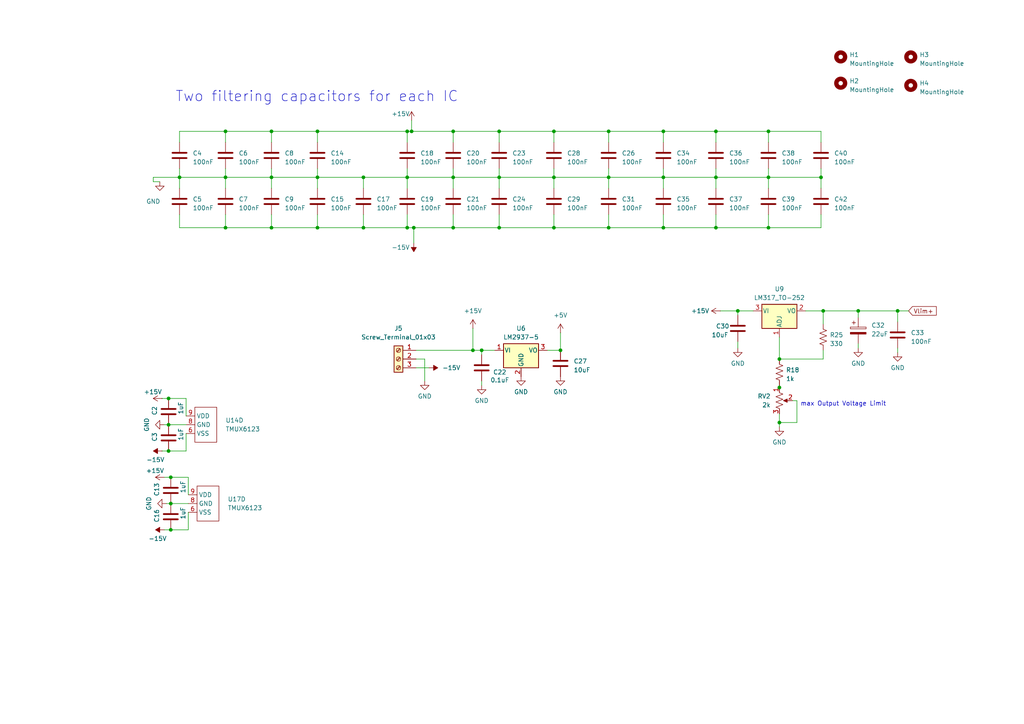
<source format=kicad_sch>
(kicad_sch (version 20250114) (generator "eeschema") (generator_version "9.0")
  (paper "A4")
  (lib_symbols
    (symbol "Connector:Screw_Terminal_01x03" (pin_names (offset 1.016) (hide yes))
      (property "Reference" "J" (at 0 5.08 0))
      (property "Value" "Screw_Terminal_01x03" (at 0 -5.08 0))
      (symbol "Screw_Terminal_01x03_1_1"
        (rectangle (start -1.27 3.81) (end 1.27 -3.81) (stroke (width 0.254)) (fill (type background)))
        (polyline (pts (xy -0.5334 2.8702) (xy 0.3302 2.032)) (stroke (width 0.1524)))
        (polyline (pts (xy -0.5334 0.3302) (xy 0.3302 -0.508)) (stroke (width 0.1524)))
        (polyline (pts (xy -0.5334 -2.2098) (xy 0.3302 -3.048)) (stroke (width 0.1524)))
        (polyline (pts (xy -0.3556 3.048) (xy 0.508 2.2098)) (stroke (width 0.1524)))
        (polyline (pts (xy -0.3556 0.508) (xy 0.508 -0.3302)) (stroke (width 0.1524)))
        (polyline (pts (xy -0.3556 -2.032) (xy 0.508 -2.8702)) (stroke (width 0.1524)))
        (circle (center 0 2.54) (radius 0.635) (stroke (width 0.1524)))
        (circle (center 0 0) (radius 0.635) (stroke (width 0.1524)))
        (circle (center 0 -2.54) (radius 0.635) (stroke (width 0.1524)))
        (pin passive line (at -5.08 2.54 0) (length 3.81) (name "Pin_1") (number "1"))
        (pin passive line (at -5.08 0 0) (length 3.81) (name "Pin_2") (number "2"))
        (pin passive line (at -5.08 -2.54 0) (length 3.81) (name "Pin_3") (number "3"))
      )
    )
    (symbol "Device:C" (pin_numbers (hide yes)) (pin_names (offset 0.254))
      (property "Reference" "C" (at 0.635 2.54 0))
      (property "Value" "C" (at 0.635 -2.54 0))
      (symbol "C_0_1"
        (polyline (pts (xy -2.032 0.762) (xy 2.032 0.762)) (stroke (width 0.508)))
        (polyline (pts (xy -2.032 -0.762) (xy 2.032 -0.762)) (stroke (width 0.508)))
      )
      (symbol "C_1_1"
        (pin passive line (at 0 3.81 270) (length 2.794) (name "~") (number "1"))
        (pin passive line (at 0 -3.81 90) (length 2.794) (name "~") (number "2"))
      )
    )
    (symbol "Device:C_Polarized" (pin_numbers (hide yes)) (pin_names (offset 0.254))
      (property "Reference" "C" (at 0.635 2.54 0))
      (property "Value" "C_Polarized" (at 0.635 -2.54 0))
      (symbol "C_Polarized_0_1"
        (rectangle (start -2.286 0.508) (end 2.286 1.016))
        (polyline (pts (xy -1.778 2.286) (xy -0.762 2.286)))
        (polyline (pts (xy -1.27 2.794) (xy -1.27 1.778)))
        (rectangle (start 2.286 -0.508) (end -2.286 -1.016) (fill (type outline)))
      )
      (symbol "C_Polarized_1_1"
        (pin passive line (at 0 3.81 270) (length 2.794) (name "~") (number "1"))
        (pin passive line (at 0 -3.81 90) (length 2.794) (name "~") (number "2"))
      )
    )
    (symbol "Device:R_Potentiometer_US" (pin_names (offset 1.016) (hide yes))
      (property "Reference" "RV" (at -4.445 0 90))
      (property "Value" "R_Potentiometer_US" (at -2.54 0 90))
      (symbol "R_Potentiometer_US_0_1"
        (polyline (pts (xy 0 2.54) (xy 0 2.286)))
        (polyline (pts (xy 0 2.286) (xy 1.016 1.905) (xy 0 1.524) (xy -1.016 1.143) (xy 0 0.762)))
        (polyline (pts (xy 0 0.762) (xy 1.016 0.381) (xy 0 0) (xy -1.016 -0.381) (xy 0 -0.762)))
        (polyline (pts (xy 0 -0.762) (xy 1.016 -1.143) (xy 0 -1.524) (xy -1.016 -1.905) (xy 0 -2.286)))
        (polyline (pts (xy 0 -2.286) (xy 0 -2.54)))
        (polyline (pts (xy 1.143 0) (xy 2.286 0.508) (xy 2.286 -0.508) (xy 1.143 0)) (fill (type outline)))
        (polyline (pts (xy 2.54 0) (xy 1.524 0)))
      )
      (symbol "R_Potentiometer_US_1_1"
        (pin passive line (at 0 3.81 270) (length 1.27) (name "1") (number "1"))
        (pin passive line (at 0 -3.81 90) (length 1.27) (name "3") (number "3"))
        (pin passive line (at 3.81 0 180) (length 1.27) (name "2") (number "2"))
      )
    )
    (symbol "Device:R_US" (pin_numbers (hide yes)) (pin_names (offset 0))
      (property "Reference" "R" (at 2.54 0 90))
      (property "Value" "R_US" (at -2.54 0 90))
      (symbol "R_US_0_1"
        (polyline (pts (xy 0 2.286) (xy 0 2.54)))
        (polyline (pts (xy 0 2.286) (xy 1.016 1.905) (xy 0 1.524) (xy -1.016 1.143) (xy 0 0.762)))
        (polyline (pts (xy 0 0.762) (xy 1.016 0.381) (xy 0 0) (xy -1.016 -0.381) (xy 0 -0.762)))
        (polyline (pts (xy 0 -0.762) (xy 1.016 -1.143) (xy 0 -1.524) (xy -1.016 -1.905) (xy 0 -2.286)))
        (polyline (pts (xy 0 -2.286) (xy 0 -2.54)))
      )
      (symbol "R_US_1_1"
        (pin passive line (at 0 3.81 270) (length 1.27) (name "~") (number "1"))
        (pin passive line (at 0 -3.81 90) (length 1.27) (name "~") (number "2"))
      )
    )
    (symbol "Mechanical:MountingHole" (pin_names (offset 1.016))
      (property "Reference" "H" (at 0 5.08 0))
      (property "Value" "MountingHole" (at 0 3.175 0))
      (symbol "MountingHole_0_1"
        (circle (center 0 0) (radius 1.27) (stroke (width 1.27)))
      )
    )
    (symbol "Regulator_Linear:LM2937xS" (pin_names (offset 0.254))
      (property "Reference" "U" (at -3.81 3.175 0))
      (property "Value" "LM2937xS" (at 0 3.175 0))
      (symbol "LM2937xS_0_1"
        (rectangle (start -5.08 -5.08) (end 5.08 1.905) (stroke (width 0.254)) (fill (type background)))
      )
      (symbol "LM2937xS_1_1"
        (pin power_in line (at -7.62 0 0) (length 2.54) (name "VI") (number "1"))
        (pin power_in line (at 0 -7.62 90) (length 2.54) (name "GND") (number "2"))
        (pin power_out line (at 7.62 0 180) (length 2.54) (name "VO") (number "3"))
      )
    )
    (symbol "Regulator_Linear:LM317_TO-252" (pin_names (offset 0.254))
      (property "Reference" "U" (at -3.81 3.175 0))
      (property "Value" "LM317_TO-252" (at 0 3.175 0))
      (symbol "LM317_TO-252_0_1"
        (rectangle (start -5.08 1.905) (end 5.08 -5.08) (stroke (width 0.254)) (fill (type background)))
      )
      (symbol "LM317_TO-252_1_1"
        (pin power_in line (at -7.62 0 0) (length 2.54) (name "VI") (number "3"))
        (pin input line (at 0 -7.62 90) (length 2.54) (name "ADJ") (number "1"))
        (pin power_out line (at 7.62 0 180) (length 2.54) (name "VO") (number "2"))
      )
    )
    (symbol "library_intensity_pi:TMUX6123_split"
      (property "Reference" "U14" (at -0.762 3.556 0))
      (property "Value" "TMUX6123" (at 2.032 5.334 0))
      (symbol "TMUX6123_split_1_1"
        (rectangle (start -3.81 2.54) (end 3.81 -2.54))
        (polyline (pts (xy -3.81 0) (xy -1.27 0) (xy 1.27 1.27)))
        (polyline (pts (xy 1.27 0) (xy 3.81 0)))
        (text "D1" (at -2.286 -1.27 0) (effects (font (size 1.27 1.27))))
        (text "S1" (at 2.54 -1.27 0) (effects (font (size 1.27 1.27))))
        (pin bidirectional line (at -6.35 0 0) (length 2.54) (name "") (number "3"))
        (pin bidirectional line (at 6.35 0 180) (length 2.54) (name "") (number "2"))
      )
      (symbol "TMUX6123_split_2_1"
        (rectangle (start -3.81 2.54) (end 3.81 -2.54))
        (polyline (pts (xy -3.81 0) (xy -1.27 0) (xy 1.27 1.27)))
        (polyline (pts (xy 1.27 0) (xy 3.81 0)))
        (text "D2" (at -2.286 -1.524 0) (effects (font (size 1.27 1.27))))
        (text "S2" (at 2.54 -1.524 0) (effects (font (size 1.27 1.27))))
        (pin bidirectional line (at -6.35 0 0) (length 2.54) (name "") (number "4"))
        (pin bidirectional line (at 6.35 0 180) (length 2.54) (name "") (number "5"))
      )
      (symbol "TMUX6123_split_3_1"
        (rectangle (start -2.54 2.54) (end 3.81 -5.08))
        (pin input line (at -5.08 0 0) (length 2.54) (name "SEL1") (number "1"))
        (pin input line (at -5.08 -2.54 0) (length 2.54) (name "SEL2") (number "10"))
      )
      (symbol "TMUX6123_split_4_1"
        (rectangle (start -2.54 2.54) (end 3.81 -7.62))
        (pin power_in line (at -5.08 0 0) (length 2.54) (name "VDD") (number "9"))
        (pin power_in line (at -5.08 -2.54 0) (length 2.54) (name "GND") (number "8"))
        (pin power_in line (at -5.08 -5.08 0) (length 2.54) (name "VSS") (number "6"))
      )
    )
    (symbol "power:+12V" (power) (pin_names (offset 0))
      (property "Value" "+12V" (at 0 3.556 0))
      (symbol "+12V_0_1"
        (polyline (pts (xy -0.762 1.27) (xy 0 2.54)))
        (polyline (pts (xy 0 2.54) (xy 0.762 1.27)))
        (polyline (pts (xy 0 0) (xy 0 2.54)))
      )
      (symbol "+12V_1_1"
        (pin power_in line (at 0 0 90) (length 0) (hide yes) (name "+12V") (number "1"))
      )
    )
    (symbol "power:+5V" (power) (pin_numbers (hide yes)) (pin_names (offset 0) (hide yes))
      (property "Value" "+5V" (at 0 3.556 0))
      (symbol "+5V_0_1"
        (polyline (pts (xy -0.762 1.27) (xy 0 2.54)))
        (polyline (pts (xy 0 2.54) (xy 0.762 1.27)))
        (polyline (pts (xy 0 0) (xy 0 2.54)))
      )
      (symbol "+5V_1_1"
        (pin power_in line (at 0 0 90) (length 0) (name "~") (number "1"))
      )
    )
    (symbol "power:-12V" (power) (pin_names (offset 0))
      (property "Value" "-12V" (at 0 3.81 0))
      (symbol "-12V_0_0"
        (pin power_in line (at 0 0 90) (length 0) (hide yes) (name "-12V") (number "1"))
      )
      (symbol "-12V_0_1"
        (polyline (pts (xy 0 0) (xy 0 1.27) (xy 0.762 1.27) (xy 0 2.54) (xy -0.762 1.27) (xy 0 1.27)) (fill (type outline)))
      )
    )
    (symbol "power:-15V" (power) (pin_numbers (hide yes)) (pin_names (offset 0) (hide yes))
      (property "Value" "-15V" (at 0 3.556 0))
      (symbol "-15V_0_0"
        (pin power_in line (at 0 0 90) (length 0) (name "~") (number "1"))
      )
      (symbol "-15V_0_1"
        (polyline (pts (xy 0 0) (xy 0 1.27) (xy 0.762 1.27) (xy 0 2.54) (xy -0.762 1.27) (xy 0 1.27)) (fill (type outline)))
      )
    )
    (symbol "power:GND" (power) (pin_names (offset 0))
      (property "Value" "GND" (at 0 -3.81 0))
      (symbol "GND_0_1"
        (polyline (pts (xy 0 0) (xy 0 -1.27) (xy 1.27 -1.27) (xy 0 -2.54) (xy -1.27 -1.27) (xy 0 -1.27)))
      )
      (symbol "GND_1_1"
        (pin power_in line (at 0 0 270) (length 0) (hide yes) (name "GND") (number "1"))
      )
    )
    (symbol "power:VPP" (power) (pin_numbers (hide yes)) (pin_names (offset 0) (hide yes))
      (property "Value" "VPP" (at 0 3.556 0))
      (symbol "VPP_0_1"
        (polyline (pts (xy -0.762 1.27) (xy 0 2.54)))
        (polyline (pts (xy 0 2.54) (xy 0.762 1.27)))
        (polyline (pts (xy 0 0) (xy 0 2.54)))
      )
      (symbol "VPP_1_1"
        (pin power_in line (at 0 0 90) (length 0) (name "~") (number "1"))
      )
    )
  )
  (text "Two filtering capacitors for each IC " (at 50.8 29.845 0) (effects (font (size 3 3)) (justify left bottom)))
  (text "max Output Voltage Limit" (at 244.602 117.221 0) (effects (font (size 1.27 1.27))))
  (junction (at 92.075 51.435))
  (junction (at 48.895 115.57))
  (junction (at 207.645 38.1))
  (junction (at 176.53 66.04))
  (junction (at 192.405 38.1))
  (junction (at 92.075 66.04))
  (junction (at 144.78 38.1))
  (junction (at 207.645 51.435))
  (junction (at 192.405 66.04))
  (junction (at 226.06 104.14))
  (junction (at 118.11 38.1))
  (junction (at 105.41 51.435))
  (junction (at 260.35 90.17))
  (junction (at 118.11 66.04))
  (junction (at 92.075 38.1))
  (junction (at 144.78 51.435))
  (junction (at 162.56 101.6))
  (junction (at 226.06 122.555))
  (junction (at 131.445 51.435))
  (junction (at 160.655 66.04))
  (junction (at 105.41 66.04))
  (junction (at 160.655 51.435))
  (junction (at 131.445 38.1))
  (junction (at 65.405 38.1))
  (junction (at 119.38 38.1))
  (junction (at 222.885 51.435))
  (junction (at 131.445 66.04))
  (junction (at 207.645 66.04))
  (junction (at 176.53 51.435))
  (junction (at 248.92 90.17))
  (junction (at 160.655 38.1))
  (junction (at 48.895 130.81))
  (junction (at 213.995 90.17))
  (junction (at 238.125 51.435))
  (junction (at 118.11 51.435))
  (junction (at 52.07 51.435))
  (junction (at 78.74 66.04))
  (junction (at 137.16 101.6))
  (junction (at 65.405 66.04))
  (junction (at 78.74 38.1))
  (junction (at 120.015 66.04))
  (junction (at 222.885 38.1))
  (junction (at 144.78 66.04))
  (junction (at 65.405 51.435))
  (junction (at 238.76 90.17))
  (junction (at 49.53 153.67))
  (junction (at 222.885 66.04))
  (junction (at 139.7 101.6))
  (junction (at 49.53 146.05))
  (junction (at 78.74 51.435))
  (junction (at 49.53 138.43))
  (junction (at 226.06 112.395))
  (junction (at 48.895 123.19))
  (junction (at 176.53 38.1))
  (junction (at 192.405 51.435))
  (wire (pts (xy 46.99 115.57) (xy 48.895 115.57)))
  (wire (pts (xy 226.06 120.015) (xy 226.06 122.555)))
  (wire (pts (xy 226.06 111.76) (xy 226.06 112.395)))
  (wire (pts (xy 92.075 62.23) (xy 92.075 66.04)))
  (wire (pts (xy 192.405 48.895) (xy 192.405 51.435)))
  (wire (pts (xy 120.015 66.04) (xy 131.445 66.04)))
  (wire (pts (xy 176.53 62.23) (xy 176.53 66.04)))
  (wire (pts (xy 160.655 38.1) (xy 160.655 41.275)))
  (wire (pts (xy 65.405 38.1) (xy 78.74 38.1)))
  (wire (pts (xy 176.53 51.435) (xy 192.405 51.435)))
  (wire (pts (xy 222.885 38.1) (xy 222.885 41.275)))
  (wire (pts (xy 229.87 116.205) (xy 231.14 116.205)))
  (wire (pts (xy 54.61 143.51) (xy 54.61 138.43)))
  (wire (pts (xy 213.995 90.17) (xy 218.44 90.17)))
  (wire (pts (xy 144.78 51.435) (xy 144.78 54.61)))
  (wire (pts (xy 46.99 130.81) (xy 48.895 130.81)))
  (wire (pts (xy 238.76 101.6) (xy 238.76 104.14)))
  (wire (pts (xy 144.78 66.04) (xy 160.655 66.04)))
  (wire (pts (xy 47.625 123.19) (xy 48.895 123.19)))
  (wire (pts (xy 118.11 51.435) (xy 118.11 54.61)))
  (wire (pts (xy 119.38 34.925) (xy 119.38 38.1)))
  (wire (pts (xy 207.645 51.435) (xy 207.645 54.61)))
  (wire (pts (xy 52.07 51.435) (xy 65.405 51.435)))
  (wire (pts (xy 260.35 90.17) (xy 260.35 93.345)))
  (wire (pts (xy 144.78 51.435) (xy 160.655 51.435)))
  (wire (pts (xy 137.16 101.6) (xy 139.7 101.6)))
  (wire (pts (xy 144.78 38.1) (xy 144.78 41.275)))
  (wire (pts (xy 231.14 116.205) (xy 231.14 122.555)))
  (wire (pts (xy 139.7 101.6) (xy 143.51 101.6)))
  (wire (pts (xy 144.78 62.23) (xy 144.78 66.04)))
  (wire (pts (xy 176.53 51.435) (xy 176.53 54.61)))
  (wire (pts (xy 248.92 99.695) (xy 248.92 100.965)))
  (wire (pts (xy 226.06 112.395) (xy 226.06 113.03)))
  (wire (pts (xy 105.41 51.435) (xy 118.11 51.435)))
  (wire (pts (xy 92.075 51.435) (xy 78.74 51.435)))
  (wire (pts (xy 48.895 123.19) (xy 53.975 123.19)))
  (wire (pts (xy 105.41 66.04) (xy 118.11 66.04)))
  (wire (pts (xy 65.405 62.23) (xy 65.405 66.04)))
  (wire (pts (xy 238.76 104.14) (xy 226.06 104.14)))
  (wire (pts (xy 118.11 51.435) (xy 131.445 51.435)))
  (wire (pts (xy 52.07 48.895) (xy 52.07 51.435)))
  (wire (pts (xy 131.445 51.435) (xy 131.445 54.61)))
  (wire (pts (xy 123.19 104.14) (xy 123.19 110.49)))
  (wire (pts (xy 207.645 66.04) (xy 222.885 66.04)))
  (wire (pts (xy 105.41 62.23) (xy 105.41 66.04)))
  (wire (pts (xy 48.26 146.05) (xy 49.53 146.05)))
  (wire (pts (xy 260.35 100.965) (xy 260.35 102.235)))
  (wire (pts (xy 238.125 62.23) (xy 238.125 66.04)))
  (wire (pts (xy 92.075 38.1) (xy 118.11 38.1)))
  (wire (pts (xy 65.405 38.1) (xy 65.405 41.275)))
  (wire (pts (xy 53.975 125.73) (xy 53.975 130.81)))
  (wire (pts (xy 160.655 38.1) (xy 176.53 38.1)))
  (wire (pts (xy 222.885 48.895) (xy 222.885 51.435)))
  (wire (pts (xy 118.11 38.1) (xy 118.11 41.275)))
  (wire (pts (xy 226.06 97.79) (xy 226.06 104.14)))
  (wire (pts (xy 158.75 101.6) (xy 162.56 101.6)))
  (wire (pts (xy 192.405 38.1) (xy 192.405 41.275)))
  (wire (pts (xy 144.78 48.895) (xy 144.78 51.435)))
  (wire (pts (xy 65.405 66.04) (xy 78.74 66.04)))
  (wire (pts (xy 120.015 66.04) (xy 120.015 70.485)))
  (wire (pts (xy 207.645 51.435) (xy 222.885 51.435)))
  (wire (pts (xy 160.655 51.435) (xy 176.53 51.435)))
  (wire (pts (xy 78.74 62.23) (xy 78.74 66.04)))
  (wire (pts (xy 144.78 38.1) (xy 131.445 38.1)))
  (wire (pts (xy 192.405 66.04) (xy 207.645 66.04)))
  (wire (pts (xy 52.07 38.1) (xy 65.405 38.1)))
  (wire (pts (xy 120.65 104.14) (xy 123.19 104.14)))
  (wire (pts (xy 207.645 48.895) (xy 207.645 51.435)))
  (wire (pts (xy 192.405 51.435) (xy 207.645 51.435)))
  (wire (pts (xy 92.075 51.435) (xy 92.075 54.61)))
  (wire (pts (xy 222.885 51.435) (xy 222.885 54.61)))
  (wire (pts (xy 139.7 111.76) (xy 139.7 110.49)))
  (wire (pts (xy 78.74 38.1) (xy 78.74 41.275)))
  (wire (pts (xy 52.07 51.435) (xy 44.45 51.435)))
  (wire (pts (xy 118.11 38.1) (xy 119.38 38.1)))
  (wire (pts (xy 238.76 90.17) (xy 248.92 90.17)))
  (wire (pts (xy 65.405 51.435) (xy 65.405 54.61)))
  (wire (pts (xy 78.74 51.435) (xy 78.74 54.61)))
  (wire (pts (xy 176.53 38.1) (xy 176.53 41.275)))
  (wire (pts (xy 131.445 38.1) (xy 131.445 41.275)))
  (wire (pts (xy 92.075 66.04) (xy 105.41 66.04)))
  (wire (pts (xy 176.53 48.895) (xy 176.53 51.435)))
  (wire (pts (xy 52.07 62.23) (xy 52.07 66.04)))
  (wire (pts (xy 238.125 48.895) (xy 238.125 51.435)))
  (wire (pts (xy 52.07 66.04) (xy 65.405 66.04)))
  (wire (pts (xy 222.885 38.1) (xy 238.125 38.1)))
  (wire (pts (xy 44.45 52.705) (xy 46.355 52.705)))
  (wire (pts (xy 131.445 38.1) (xy 119.38 38.1)))
  (wire (pts (xy 139.7 102.87) (xy 139.7 101.6)))
  (wire (pts (xy 65.405 51.435) (xy 78.74 51.435)))
  (wire (pts (xy 207.645 62.23) (xy 207.645 66.04)))
  (wire (pts (xy 48.895 115.57) (xy 53.975 115.57)))
  (wire (pts (xy 105.41 51.435) (xy 105.41 54.61)))
  (wire (pts (xy 49.53 138.43) (xy 54.61 138.43)))
  (wire (pts (xy 92.075 51.435) (xy 105.41 51.435)))
  (wire (pts (xy 92.075 38.1) (xy 92.075 41.275)))
  (wire (pts (xy 144.78 38.1) (xy 160.655 38.1)))
  (wire (pts (xy 176.53 66.04) (xy 192.405 66.04)))
  (wire (pts (xy 131.445 66.04) (xy 144.78 66.04)))
  (wire (pts (xy 47.625 153.67) (xy 49.53 153.67)))
  (wire (pts (xy 52.07 41.275) (xy 52.07 38.1)))
  (wire (pts (xy 92.075 48.895) (xy 92.075 51.435)))
  (wire (pts (xy 248.92 90.17) (xy 248.92 92.075)))
  (wire (pts (xy 222.885 66.04) (xy 238.125 66.04)))
  (wire (pts (xy 53.975 130.81) (xy 48.895 130.81)))
  (wire (pts (xy 238.125 51.435) (xy 238.125 54.61)))
  (wire (pts (xy 213.995 90.17) (xy 213.995 91.44)))
  (wire (pts (xy 118.11 48.895) (xy 118.11 51.435)))
  (wire (pts (xy 120.65 106.68) (xy 124.46 106.68)))
  (wire (pts (xy 54.61 153.67) (xy 49.53 153.67)))
  (wire (pts (xy 207.645 38.1) (xy 222.885 38.1)))
  (wire (pts (xy 78.74 66.04) (xy 92.075 66.04)))
  (wire (pts (xy 131.445 62.23) (xy 131.445 66.04)))
  (wire (pts (xy 118.11 62.23) (xy 118.11 66.04)))
  (wire (pts (xy 160.655 48.895) (xy 160.655 51.435)))
  (wire (pts (xy 192.405 51.435) (xy 192.405 54.61)))
  (wire (pts (xy 213.995 99.06) (xy 213.995 100.965)))
  (wire (pts (xy 120.65 101.6) (xy 137.16 101.6)))
  (wire (pts (xy 160.655 51.435) (xy 160.655 54.61)))
  (wire (pts (xy 49.53 146.05) (xy 54.61 146.05)))
  (wire (pts (xy 192.405 38.1) (xy 207.645 38.1)))
  (wire (pts (xy 118.11 66.04) (xy 120.015 66.04)))
  (wire (pts (xy 52.07 51.435) (xy 52.07 54.61)))
  (wire (pts (xy 233.68 90.17) (xy 238.76 90.17)))
  (wire (pts (xy 260.35 90.17) (xy 263.525 90.17)))
  (wire (pts (xy 238.125 38.1) (xy 238.125 41.275)))
  (wire (pts (xy 44.45 51.435) (xy 44.45 52.705)))
  (wire (pts (xy 160.655 62.23) (xy 160.655 66.04)))
  (wire (pts (xy 65.405 48.895) (xy 65.405 51.435)))
  (wire (pts (xy 78.74 48.895) (xy 78.74 51.435)))
  (wire (pts (xy 207.645 38.1) (xy 207.645 41.275)))
  (wire (pts (xy 53.975 120.65) (xy 53.975 115.57)))
  (wire (pts (xy 208.915 90.17) (xy 213.995 90.17)))
  (wire (pts (xy 248.92 90.17) (xy 260.35 90.17)))
  (wire (pts (xy 78.74 38.1) (xy 92.075 38.1)))
  (wire (pts (xy 176.53 38.1) (xy 192.405 38.1)))
  (wire (pts (xy 54.61 148.59) (xy 54.61 153.67)))
  (wire (pts (xy 162.56 96.52) (xy 162.56 101.6)))
  (wire (pts (xy 238.76 90.17) (xy 238.76 93.98)))
  (wire (pts (xy 226.06 122.555) (xy 226.06 123.825)))
  (wire (pts (xy 231.14 122.555) (xy 226.06 122.555)))
  (wire (pts (xy 160.655 66.04) (xy 176.53 66.04)))
  (wire (pts (xy 137.16 95.25) (xy 137.16 101.6)))
  (wire (pts (xy 131.445 51.435) (xy 144.78 51.435)))
  (wire (pts (xy 131.445 48.895) (xy 131.445 51.435)))
  (wire (pts (xy 222.885 62.23) (xy 222.885 66.04)))
  (wire (pts (xy 47.625 138.43) (xy 49.53 138.43)))
  (wire (pts (xy 192.405 62.23) (xy 192.405 66.04)))
  (wire (pts (xy 222.885 51.435) (xy 238.125 51.435)))
  (global_label "Vlim+" (shape input) (at 263.525 90.17 0) (property "Intersheetrefs" "${INTERSHEET_REFS}" (effects (hide yes))))
  (symbol (lib_id "Device:C") (at 192.405 58.42 0) (unit 1)
    (property "Reference" "C35" (at 196.215 57.785 0) (effects (justify left)))
    (property "Value" "100nF" (at 196.215 60.325 0) (effects (justify left)))
    (property "Footprint" "Capacitor_SMD:C_0805_2012Metric" (effects (hide yes)))
  )
  (symbol (lib_id "Device:C") (at 207.645 45.085 0) (unit 1)
    (property "Reference" "C36" (at 211.455 44.45 0) (effects (justify left)))
    (property "Value" "100nF" (at 211.455 46.99 0) (effects (justify left)))
    (property "Footprint" "Capacitor_SMD:C_0805_2012Metric" (effects (hide yes)))
  )
  (symbol (lib_id "Device:C") (at 78.74 58.42 0) (unit 1)
    (property "Reference" "C9" (at 82.55 57.785 0) (effects (justify left)))
    (property "Value" "100nF" (at 82.55 60.325 0) (effects (justify left)))
    (property "Footprint" "Capacitor_SMD:C_0805_2012Metric" (effects (hide yes)))
  )
  (symbol (lib_id "Mechanical:MountingHole") (at 264.16 16.51 0) (unit 1)
    (property "Reference" "H3" (at 266.7 15.875 0) (effects (justify left)))
    (property "Value" "MountingHole" (at 266.7 18.415 0) (effects (justify left)))
    (property "Footprint" "MountingHole:MountingHole_3.2mm_M3_ISO14580" (effects (hide yes)))
  )
  (symbol (lib_id "Device:C") (at 105.41 58.42 0) (unit 1)
    (property "Reference" "C17" (at 109.22 57.785 0) (effects (justify left)))
    (property "Value" "100nF" (at 109.22 60.325 0) (effects (justify left)))
    (property "Footprint" "Capacitor_SMD:C_0805_2012Metric" (effects (hide yes)))
  )
  (symbol (lib_id "Device:C") (at 78.74 45.085 0) (unit 1)
    (property "Reference" "C8" (at 82.55 44.45 0) (effects (justify left)))
    (property "Value" "100nF" (at 82.55 46.99 0) (effects (justify left)))
    (property "Footprint" "Capacitor_SMD:C_0805_2012Metric" (effects (hide yes)))
  )
  (symbol (lib_id "Device:C") (at 118.11 58.42 0) (unit 1)
    (property "Reference" "C19" (at 121.92 57.785 0) (effects (justify left)))
    (property "Value" "100nF" (at 121.92 60.325 0) (effects (justify left)))
    (property "Footprint" "Capacitor_SMD:C_0805_2012Metric" (effects (hide yes)))
  )
  (symbol (lib_id "power:VPP") (at 46.99 115.57 90) (unit 1)
    (property "Reference" "#PWR016" (effects (hide yes)))
    (property "Value" "+15V" (at 46.99 113.665 90) (effects (justify left)))
    (property "Description" "Power symbol creates a global label with name \"VPP\"" (effects (hide yes)))
  )
  (symbol (lib_id "Device:C") (at 48.895 127 0) (mirror y) (unit 1)
    (property "Reference" "C3" (at 44.831 126.746 90))
    (property "Value" "1uF" (at 52.451 125.984 90))
    (property "Footprint" "Capacitor_SMD:C_0805_2012Metric" (effects (hide yes)))
  )
  (symbol (lib_id "Device:C") (at 160.655 45.085 0) (unit 1)
    (property "Reference" "C28" (at 164.465 44.45 0) (effects (justify left)))
    (property "Value" "100nF" (at 164.465 46.99 0) (effects (justify left)))
    (property "Footprint" "Capacitor_SMD:C_0805_2012Metric" (effects (hide yes)))
  )
  (symbol (lib_id "power:GND") (at 260.35 102.235 0) (unit 1)
    (property "Reference" "#PWR057" (effects (hide yes)))
    (property "Value" "GND" (at 260.35 106.68 0))
  )
  (symbol (lib_id "Device:C") (at 52.07 58.42 0) (unit 1)
    (property "Reference" "C5" (at 55.88 57.785 0) (effects (justify left)))
    (property "Value" "100nF" (at 55.88 60.325 0) (effects (justify left)))
    (property "Footprint" "Capacitor_SMD:C_0805_2012Metric" (effects (hide yes)))
  )
  (symbol (lib_id "library_intensity_pi:TMUX6123_split") (at 59.055 120.65 0) (unit 4)
    (property "Reference" "U14" (at 65.405 121.9199 0) (effects (justify left)))
    (property "Value" "TMUX6123" (at 65.405 124.4599 0) (effects (justify left)))
    (property "Footprint" "Package_SO:VSSOP-10_3x3mm_P0.5mm" (effects (hide yes)))
    (property "DIGIKEY" "296-53449-1-ND" (effects (hide yes)))
    (property "PARTNO" "TMUX6123DGSR" (effects (hide yes)))
  )
  (symbol (lib_id "Device:C") (at 238.125 45.085 0) (unit 1)
    (property "Reference" "C40" (at 241.935 44.45 0) (effects (justify left)))
    (property "Value" "100nF" (at 241.935 46.99 0) (effects (justify left)))
    (property "Footprint" "Capacitor_SMD:C_0805_2012Metric" (effects (hide yes)))
  )
  (symbol (lib_id "Device:C") (at 160.655 58.42 0) (unit 1)
    (property "Reference" "C29" (at 164.465 57.785 0) (effects (justify left)))
    (property "Value" "100nF" (at 164.465 60.325 0) (effects (justify left)))
    (property "Footprint" "Capacitor_SMD:C_0805_2012Metric" (effects (hide yes)))
  )
  (symbol (lib_id "Mechanical:MountingHole") (at 243.84 16.51 0) (unit 1)
    (property "Reference" "H1" (at 246.38 15.875 0) (effects (justify left)))
    (property "Value" "MountingHole" (at 246.38 18.415 0) (effects (justify left)))
    (property "Footprint" "MountingHole:MountingHole_3.2mm_M3_ISO14580" (effects (hide yes)))
  )
  (symbol (lib_id "Regulator_Linear:LM2937xS") (at 151.13 101.6 0) (unit 1)
    (property "Reference" "U6" (at 151.13 95.25 0))
    (property "Value" "LM2937-5" (at 151.13 97.79 0))
    (property "Footprint" "Package_TO_SOT_SMD:TO-263-3_TabPin2" (effects (hide yes)))
    (property "Datasheet" "http://www.ti.com/lit/ds/symlink/lm2937.pdf" (effects (hide yes)))
    (property "Description" "500-mA Low Dropout Regulator, TO-263" (effects (hide yes)))
  )
  (symbol (lib_id "power:GND") (at 48.26 146.05 270) (unit 1)
    (property "Reference" "#PWR028" (effects (hide yes)))
    (property "Value" "GND" (at 43.18 146.05 0))
  )
  (symbol (lib_id "Mechanical:MountingHole") (at 243.84 24.13 0) (unit 1)
    (property "Reference" "H2" (at 246.38 23.495 0) (effects (justify left)))
    (property "Value" "MountingHole" (at 246.38 26.035 0) (effects (justify left)))
    (property "Footprint" "MountingHole:MountingHole_3.2mm_M3_ISO14580" (effects (hide yes)))
  )
  (symbol (lib_id "Device:C") (at 139.7 106.68 0) (unit 1)
    (property "Reference" "C22" (at 143.002 107.95 0) (effects (justify left)))
    (property "Value" "0.1uF" (at 142.24 110.236 0) (effects (justify left)))
    (property "Footprint" "Capacitor_SMD:C_0805_2012Metric" (effects (hide yes)))
  )
  (symbol (lib_id "Device:C") (at 222.885 45.085 0) (unit 1)
    (property "Reference" "C38" (at 226.695 44.45 0) (effects (justify left)))
    (property "Value" "100nF" (at 226.695 46.99 0) (effects (justify left)))
    (property "Footprint" "Capacitor_SMD:C_0805_2012Metric" (effects (hide yes)))
  )
  (symbol (lib_id "Device:C") (at 52.07 45.085 0) (unit 1)
    (property "Reference" "C4" (at 55.88 44.45 0) (effects (justify left)))
    (property "Value" "100nF" (at 55.88 46.99 0) (effects (justify left)))
    (property "Footprint" "Capacitor_SMD:C_0805_2012Metric" (effects (hide yes)))
  )
  (symbol (lib_id "Device:C") (at 48.895 119.38 0) (mirror y) (unit 1)
    (property "Reference" "C2" (at 44.831 119.126 90))
    (property "Value" "1uF" (at 52.451 118.364 90))
    (property "Footprint" "Capacitor_SMD:C_0805_2012Metric" (effects (hide yes)))
  )
  (symbol (lib_id "Device:C") (at 92.075 58.42 0) (unit 1)
    (property "Reference" "C15" (at 95.885 57.785 0) (effects (justify left)))
    (property "Value" "100nF" (at 95.885 60.325 0) (effects (justify left)))
    (property "Footprint" "Capacitor_SMD:C_0805_2012Metric" (effects (hide yes)))
  )
  (symbol (lib_id "Device:C") (at 65.405 45.085 0) (unit 1)
    (property "Reference" "C6" (at 69.215 44.45 0) (effects (justify left)))
    (property "Value" "100nF" (at 69.215 46.99 0) (effects (justify left)))
    (property "Footprint" "Capacitor_SMD:C_0805_2012Metric" (effects (hide yes)))
  )
  (symbol (lib_id "power:+5V") (at 162.56 96.52 0) (unit 1)
    (property "Reference" "#PWR044" (effects (hide yes)))
    (property "Value" "+5V" (at 162.56 91.44 0))
    (property "Description" "Power symbol creates a global label with name \"+5V\"" (effects (hide yes)))
  )
  (symbol (lib_id "power:VPP") (at 137.16 95.25 0) (unit 1)
    (property "Reference" "#PWR040" (effects (hide yes)))
    (property "Value" "+15V" (at 137.16 90.17 0))
    (property "Description" "Power symbol creates a global label with name \"VPP\"" (effects (hide yes)))
  )
  (symbol (lib_id "power:GND") (at 226.06 123.825 0) (unit 1)
    (property "Reference" "#PWR053" (effects (hide yes)))
    (property "Value" "GND" (at 226.06 128.27 0))
  )
  (symbol (lib_id "power:-12V") (at 120.015 70.485 180) (unit 1)
    (property "Reference" "#PWR041" (effects (hide yes)))
    (property "Value" "-15V" (at 116.205 71.755 0))
  )
  (symbol (lib_id "power:GND") (at 151.13 109.22 0) (unit 1)
    (property "Reference" "#PWR043" (effects (hide yes)))
    (property "Value" "GND" (at 151.13 113.665 0))
  )
  (symbol (lib_id "power:GND") (at 248.92 100.965 0) (unit 1)
    (property "Reference" "#PWR056" (effects (hide yes)))
    (property "Value" "GND" (at 248.92 105.41 0))
  )
  (symbol (lib_id "Mechanical:MountingHole") (at 264.16 24.765 0) (unit 1)
    (property "Reference" "H4" (at 266.7 24.13 0) (effects (justify left)))
    (property "Value" "MountingHole" (at 266.7 26.67 0) (effects (justify left)))
    (property "Footprint" "MountingHole:MountingHole_3.2mm_M3_ISO14580" (effects (hide yes)))
  )
  (symbol (lib_id "Device:R_US") (at 226.06 107.95 180) (unit 1)
    (property "Reference" "R18" (at 227.965 107.315 0) (effects (justify right)))
    (property "Value" "1k" (at 227.965 109.855 0) (effects (justify right)))
    (property "Footprint" "Resistor_SMD:R_0805_2012Metric" (effects (hide yes)))
  )
  (symbol (lib_id "Device:C") (at 222.885 58.42 0) (unit 1)
    (property "Reference" "C39" (at 226.695 57.785 0) (effects (justify left)))
    (property "Value" "100nF" (at 226.695 60.325 0) (effects (justify left)))
    (property "Footprint" "Capacitor_SMD:C_0805_2012Metric" (effects (hide yes)))
  )
  (symbol (lib_id "Device:R_Potentiometer_US") (at 226.06 116.205 0) (unit 1)
    (property "Reference" "RV2" (at 223.52 114.9349 0) (effects (justify right)))
    (property "Value" "2k" (at 223.52 117.4749 0) (effects (justify right)))
    (property "Footprint" "Connector_PinHeader_2.54mm:PinHeader_1x03_P2.54mm_Vertical" (effects (hide yes)))
    (property "Description" "Potentiometer, US symbol" (effects (hide yes)))
  )
  (symbol (lib_id "Device:C") (at 65.405 58.42 0) (unit 1)
    (property "Reference" "C7" (at 69.215 57.785 0) (effects (justify left)))
    (property "Value" "100nF" (at 69.215 60.325 0) (effects (justify left)))
    (property "Footprint" "Capacitor_SMD:C_0805_2012Metric" (effects (hide yes)))
  )
  (symbol (lib_id "Device:C") (at 192.405 45.085 0) (unit 1)
    (property "Reference" "C34" (at 196.215 44.45 0) (effects (justify left)))
    (property "Value" "100nF" (at 196.215 46.99 0) (effects (justify left)))
    (property "Footprint" "Capacitor_SMD:C_0805_2012Metric" (effects (hide yes)))
  )
  (symbol (lib_id "Device:C") (at 118.11 45.085 0) (unit 1)
    (property "Reference" "C18" (at 121.92 44.45 0) (effects (justify left)))
    (property "Value" "100nF" (at 121.92 46.99 0) (effects (justify left)))
    (property "Footprint" "Capacitor_SMD:C_0805_2012Metric" (effects (hide yes)))
  )
  (symbol (lib_id "power:GND") (at 46.355 52.705 0) (unit 1)
    (property "Reference" "#PWR027" (effects (hide yes)))
    (property "Value" "GND" (at 44.45 58.42 0))
  )
  (symbol (lib_id "Device:C") (at 176.53 45.085 0) (unit 1)
    (property "Reference" "C26" (at 180.34 44.45 0) (effects (justify left)))
    (property "Value" "100nF" (at 180.34 46.99 0) (effects (justify left)))
    (property "Footprint" "Capacitor_SMD:C_0805_2012Metric" (effects (hide yes)))
  )
  (symbol (lib_id "Device:C") (at 131.445 45.085 0) (unit 1)
    (property "Reference" "C20" (at 135.255 44.45 0) (effects (justify left)))
    (property "Value" "100nF" (at 135.255 46.99 0) (effects (justify left)))
    (property "Footprint" "Capacitor_SMD:C_0805_2012Metric" (effects (hide yes)))
  )
  (symbol (lib_id "power:-15V") (at 124.46 106.68 270) (unit 1)
    (property "Reference" "#PWR0101" (effects (hide yes)))
    (property "Value" "-15V" (at 128.27 106.6799 90) (effects (justify left)))
    (property "Description" "Power symbol creates a global label with name \"-15V\"" (effects (hide yes)))
  )
  (symbol (lib_id "power:-15V") (at 47.625 153.67 90) (unit 1)
    (property "Reference" "#PWR023" (effects (hide yes)))
    (property "Value" "-15V" (at 45.72 156.21 90))
    (property "Description" "Power symbol creates a global label with name \"-15V\"" (effects (hide yes)))
  )
  (symbol (lib_id "Device:R_US") (at 238.76 97.79 180) (unit 1)
    (property "Reference" "R25" (at 240.665 97.155 0) (effects (justify right)))
    (property "Value" "330" (at 240.665 99.695 0) (effects (justify right)))
    (property "Footprint" "Resistor_SMD:R_0805_2012Metric" (effects (hide yes)))
  )
  (symbol (lib_id "Device:C") (at 176.53 58.42 0) (unit 1)
    (property "Reference" "C31" (at 180.34 57.785 0) (effects (justify left)))
    (property "Value" "100nF" (at 180.34 60.325 0) (effects (justify left)))
    (property "Footprint" "Capacitor_SMD:C_0805_2012Metric" (effects (hide yes)))
  )
  (symbol (lib_id "power:GND") (at 213.995 100.965 0) (unit 1)
    (property "Reference" "#PWR051" (effects (hide yes)))
    (property "Value" "GND" (at 213.995 105.41 0))
  )
  (symbol (lib_id "Device:C") (at 213.995 95.25 0) (unit 1)
    (property "Reference" "C30" (at 207.645 94.615 0) (effects (justify left)))
    (property "Value" "10uF" (at 206.375 97.155 0) (effects (justify left)))
    (property "Footprint" "Capacitor_SMD:C_1210_3225Metric" (effects (hide yes)))
  )
  (symbol (lib_id "Device:C_Polarized") (at 248.92 95.885 0) (unit 1)
    (property "Reference" "C32" (at 252.73 94.361 0) (effects (justify left)))
    (property "Value" "22uF" (at 252.73 96.901 0) (effects (justify left)))
    (property "Footprint" "Capacitor_SMD:CP_Elec_4x5.8" (effects (hide yes)))
    (property "Datasheet" "https://www.nichicon.co.jp/english/series_items/catalog_pdf/e-ucm.pdf" (effects (hide yes)))
    (property "DIGIKEY" "493-14929-1-ND" (effects (hide yes)))
    (property "PARTNO" "UCM1V220MCL1GS" (effects (hide yes)))
  )
  (symbol (lib_id "power:+12V") (at 119.38 34.925 0) (unit 1)
    (property "Reference" "#PWR037" (effects (hide yes)))
    (property "Value" "+15V" (at 116.205 33.02 0))
  )
  (symbol (lib_id "library_intensity_pi:TMUX6123_split") (at 59.69 143.51 0) (unit 4)
    (property "Reference" "U17" (at 66.04 144.7799 0) (effects (justify left)))
    (property "Value" "TMUX6123" (at 66.04 147.3199 0) (effects (justify left)))
    (property "Footprint" "Package_SO:VSSOP-10_3x3mm_P0.5mm" (effects (hide yes)))
    (property "DIGIKEY" "296-53449-1-ND" (effects (hide yes)))
    (property "PARTNO" "TMUX6123DGSR" (effects (hide yes)))
  )
  (symbol (lib_id "power:GND") (at 139.7 111.76 0) (unit 1)
    (property "Reference" "#PWR042" (effects (hide yes)))
    (property "Value" "GND" (at 139.7 116.205 0))
  )
  (symbol (lib_id "power:GND") (at 162.56 109.22 0) (unit 1)
    (property "Reference" "#PWR045" (effects (hide yes)))
    (property "Value" "GND" (at 162.56 113.665 0))
  )
  (symbol (lib_id "Device:C") (at 144.78 58.42 0) (unit 1)
    (property "Reference" "C24" (at 148.59 57.785 0) (effects (justify left)))
    (property "Value" "100nF" (at 148.59 60.325 0) (effects (justify left)))
    (property "Footprint" "Capacitor_SMD:C_0805_2012Metric" (effects (hide yes)))
  )
  (symbol (lib_id "Regulator_Linear:LM317_TO-252") (at 226.06 90.17 0) (unit 1)
    (property "Reference" "U9" (at 226.06 83.82 0))
    (property "Value" "LM317_TO-252" (at 226.06 86.36 0))
    (property "Footprint" "Package_TO_SOT_SMD:TO-252-2" (effects (hide yes)))
    (property "Datasheet" "http://www.ti.com/lit/ds/snvs774n/snvs774n.pdf" (effects (hide yes)))
    (property "DIGIKEY" "497-1574-1-ND" (effects (hide yes)))
    (property "PARTNO" "LM317MDT-TR" (effects (hide yes)))
  )
  (symbol (lib_id "Device:C") (at 49.53 142.24 0) (mirror y) (unit 1)
    (property "Reference" "C13" (at 45.466 141.986 90))
    (property "Value" "1uF" (at 53.086 141.224 90))
    (property "Footprint" "Capacitor_SMD:C_0805_2012Metric" (effects (hide yes)))
  )
  (symbol (lib_id "Device:C") (at 49.53 149.86 0) (mirror y) (unit 1)
    (property "Reference" "C16" (at 45.466 149.606 90))
    (property "Value" "1uF" (at 53.086 148.844 90))
    (property "Footprint" "Capacitor_SMD:C_0805_2012Metric" (effects (hide yes)))
  )
  (symbol (lib_id "Device:C") (at 92.075 45.085 0) (unit 1)
    (property "Reference" "C14" (at 95.885 44.45 0) (effects (justify left)))
    (property "Value" "100nF" (at 95.885 46.99 0) (effects (justify left)))
    (property "Footprint" "Capacitor_SMD:C_0805_2012Metric" (effects (hide yes)))
  )
  (symbol (lib_id "Device:C") (at 207.645 58.42 0) (unit 1)
    (property "Reference" "C37" (at 211.455 57.785 0) (effects (justify left)))
    (property "Value" "100nF" (at 211.455 60.325 0) (effects (justify left)))
    (property "Footprint" "Capacitor_SMD:C_0805_2012Metric" (effects (hide yes)))
  )
  (symbol (lib_id "power:GND") (at 123.19 110.49 0) (unit 1)
    (property "Reference" "#PWR039" (effects (hide yes)))
    (property "Value" "GND" (at 123.19 114.935 0))
  )
  (symbol (lib_id "Connector:Screw_Terminal_01x03") (at 115.57 104.14 0) (mirror y) (unit 1)
    (property "Reference" "J5" (at 115.57 95.25 0))
    (property "Value" "Screw_Terminal_01x03" (at 115.57 97.79 0))
    (property "Footprint" "TerminalBlock_4Ucon:TerminalBlock_4Ucon_1x03_P3.50mm_Horizontal" (effects (hide yes)))
    (property "Description" "Generic screw terminal, single row, 01x03, script generated (kicad-library-utils/schlib/autogen/connector/)" (effects (hide yes)))
  )
  (symbol (lib_id "power:VPP") (at 208.915 90.17 90) (unit 1)
    (property "Reference" "#PWR038" (effects (hide yes)))
    (property "Value" "+15V" (at 205.74 90.1699 90) (effects (justify left)))
    (property "Description" "Power symbol creates a global label with name \"VPP\"" (effects (hide yes)))
  )
  (symbol (lib_id "power:-15V") (at 46.99 130.81 90) (unit 1)
    (property "Reference" "#PWR017" (effects (hide yes)))
    (property "Value" "-15V" (at 45.085 133.35 90))
    (property "Description" "Power symbol creates a global label with name \"-15V\"" (effects (hide yes)))
  )
  (symbol (lib_id "Device:C") (at 131.445 58.42 0) (unit 1)
    (property "Reference" "C21" (at 135.255 57.785 0) (effects (justify left)))
    (property "Value" "100nF" (at 135.255 60.325 0) (effects (justify left)))
    (property "Footprint" "Capacitor_SMD:C_0805_2012Metric" (effects (hide yes)))
  )
  (symbol (lib_id "power:GND") (at 47.625 123.19 270) (unit 1)
    (property "Reference" "#PWR018" (effects (hide yes)))
    (property "Value" "GND" (at 42.545 123.19 0))
  )
  (symbol (lib_id "Device:C") (at 260.35 97.155 0) (unit 1)
    (property "Reference" "C33" (at 264.16 96.52 0) (effects (justify left)))
    (property "Value" "100nF" (at 264.16 99.06 0) (effects (justify left)))
    (property "Footprint" "Capacitor_SMD:C_0805_2012Metric" (effects (hide yes)))
  )
  (symbol (lib_id "Device:C") (at 238.125 58.42 0) (unit 1)
    (property "Reference" "C42" (at 241.935 57.785 0) (effects (justify left)))
    (property "Value" "100nF" (at 241.935 60.325 0) (effects (justify left)))
    (property "Footprint" "Capacitor_SMD:C_0805_2012Metric" (effects (hide yes)))
  )
  (symbol (lib_id "Device:C") (at 162.56 105.41 0) (unit 1)
    (property "Reference" "C27" (at 166.37 104.775 0) (effects (justify left)))
    (property "Value" "10uF" (at 166.37 107.315 0) (effects (justify left)))
    (property "Footprint" "Capacitor_SMD:C_0805_2012Metric" (effects (hide yes)))
  )
  (symbol (lib_id "Device:C") (at 144.78 45.085 0) (unit 1)
    (property "Reference" "C23" (at 148.59 44.45 0) (effects (justify left)))
    (property "Value" "100nF" (at 148.59 46.99 0) (effects (justify left)))
    (property "Footprint" "Capacitor_SMD:C_0805_2012Metric" (effects (hide yes)))
  )
  (symbol (lib_id "power:VPP") (at 47.625 138.43 90) (unit 1)
    (property "Reference" "#PWR06" (effects (hide yes)))
    (property "Value" "+15V" (at 47.625 136.525 90) (effects (justify left)))
    (property "Description" "Power symbol creates a global label with name \"VPP\"" (effects (hide yes)))
  )
)
</source>
